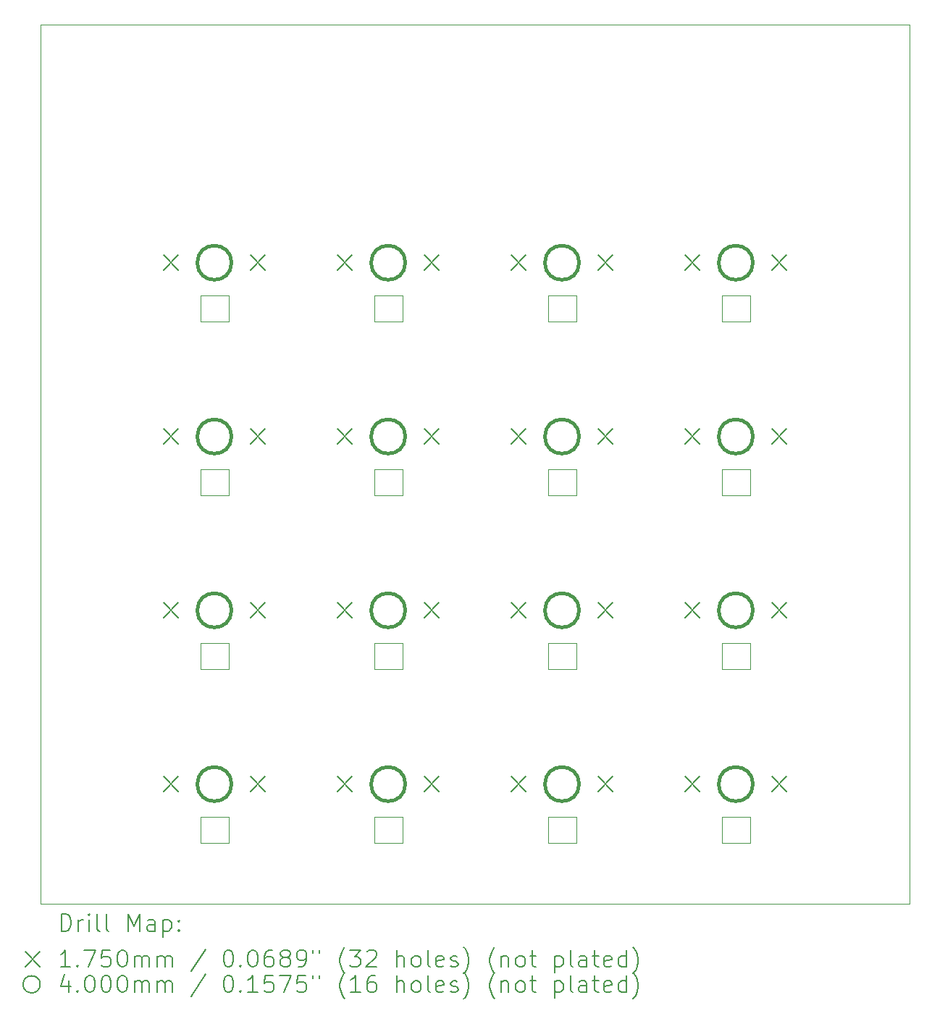
<source format=gbr>
%TF.GenerationSoftware,KiCad,Pcbnew,7.0.1*%
%TF.CreationDate,2023-05-22T14:58:38-04:00*%
%TF.ProjectId,MacroPad,4d616372-6f50-4616-942e-6b696361645f,rev?*%
%TF.SameCoordinates,Original*%
%TF.FileFunction,Drillmap*%
%TF.FilePolarity,Positive*%
%FSLAX45Y45*%
G04 Gerber Fmt 4.5, Leading zero omitted, Abs format (unit mm)*
G04 Created by KiCad (PCBNEW 7.0.1) date 2023-05-22 14:58:38*
%MOMM*%
%LPD*%
G01*
G04 APERTURE LIST*
%ADD10C,0.100000*%
%ADD11C,0.200000*%
%ADD12C,0.175000*%
%ADD13C,0.400000*%
G04 APERTURE END LIST*
D10*
X7366000Y-4583100D02*
X17526000Y-4583100D01*
X17526000Y-14862500D01*
X7366000Y-14862500D01*
X7366000Y-4583100D01*
X11264900Y-7747000D02*
X11595100Y-7747000D01*
X11595100Y-8051800D01*
X11264900Y-8051800D01*
X11264900Y-7747000D01*
X13296900Y-7747000D02*
X13627100Y-7747000D01*
X13627100Y-8051800D01*
X13296900Y-8051800D01*
X13296900Y-7747000D01*
X9232900Y-13843000D02*
X9563100Y-13843000D01*
X9563100Y-14147800D01*
X9232900Y-14147800D01*
X9232900Y-13843000D01*
X15328900Y-9779000D02*
X15659100Y-9779000D01*
X15659100Y-10083800D01*
X15328900Y-10083800D01*
X15328900Y-9779000D01*
X11264900Y-11811000D02*
X11595100Y-11811000D01*
X11595100Y-12115800D01*
X11264900Y-12115800D01*
X11264900Y-11811000D01*
X11264900Y-13843000D02*
X11595100Y-13843000D01*
X11595100Y-14147800D01*
X11264900Y-14147800D01*
X11264900Y-13843000D01*
X15328900Y-7747000D02*
X15659100Y-7747000D01*
X15659100Y-8051800D01*
X15328900Y-8051800D01*
X15328900Y-7747000D01*
X13296900Y-11811000D02*
X13627100Y-11811000D01*
X13627100Y-12115800D01*
X13296900Y-12115800D01*
X13296900Y-11811000D01*
X9232900Y-9779000D02*
X9563100Y-9779000D01*
X9563100Y-10083800D01*
X9232900Y-10083800D01*
X9232900Y-9779000D01*
X13296900Y-13843000D02*
X13627100Y-13843000D01*
X13627100Y-14147800D01*
X13296900Y-14147800D01*
X13296900Y-13843000D01*
X11264900Y-9779000D02*
X11595100Y-9779000D01*
X11595100Y-10083800D01*
X11264900Y-10083800D01*
X11264900Y-9779000D01*
X13296900Y-9779000D02*
X13627100Y-9779000D01*
X13627100Y-10083800D01*
X13296900Y-10083800D01*
X13296900Y-9779000D01*
X15328900Y-13843000D02*
X15659100Y-13843000D01*
X15659100Y-14147800D01*
X15328900Y-14147800D01*
X15328900Y-13843000D01*
X9232900Y-7747000D02*
X9563100Y-7747000D01*
X9563100Y-8051800D01*
X9232900Y-8051800D01*
X9232900Y-7747000D01*
X9232900Y-11811000D02*
X9563100Y-11811000D01*
X9563100Y-12115800D01*
X9232900Y-12115800D01*
X9232900Y-11811000D01*
X15328900Y-11811000D02*
X15659100Y-11811000D01*
X15659100Y-12115800D01*
X15328900Y-12115800D01*
X15328900Y-11811000D01*
D11*
D12*
X8802500Y-7278500D02*
X8977500Y-7453500D01*
X8977500Y-7278500D02*
X8802500Y-7453500D01*
X8802500Y-9310500D02*
X8977500Y-9485500D01*
X8977500Y-9310500D02*
X8802500Y-9485500D01*
X8802500Y-11342500D02*
X8977500Y-11517500D01*
X8977500Y-11342500D02*
X8802500Y-11517500D01*
X8802500Y-13374500D02*
X8977500Y-13549500D01*
X8977500Y-13374500D02*
X8802500Y-13549500D01*
X9818500Y-7278500D02*
X9993500Y-7453500D01*
X9993500Y-7278500D02*
X9818500Y-7453500D01*
X9818500Y-9310500D02*
X9993500Y-9485500D01*
X9993500Y-9310500D02*
X9818500Y-9485500D01*
X9818500Y-11342500D02*
X9993500Y-11517500D01*
X9993500Y-11342500D02*
X9818500Y-11517500D01*
X9818500Y-13374500D02*
X9993500Y-13549500D01*
X9993500Y-13374500D02*
X9818500Y-13549500D01*
X10834500Y-7278500D02*
X11009500Y-7453500D01*
X11009500Y-7278500D02*
X10834500Y-7453500D01*
X10834500Y-9310500D02*
X11009500Y-9485500D01*
X11009500Y-9310500D02*
X10834500Y-9485500D01*
X10834500Y-11342500D02*
X11009500Y-11517500D01*
X11009500Y-11342500D02*
X10834500Y-11517500D01*
X10834500Y-13374500D02*
X11009500Y-13549500D01*
X11009500Y-13374500D02*
X10834500Y-13549500D01*
X11850500Y-7278500D02*
X12025500Y-7453500D01*
X12025500Y-7278500D02*
X11850500Y-7453500D01*
X11850500Y-9310500D02*
X12025500Y-9485500D01*
X12025500Y-9310500D02*
X11850500Y-9485500D01*
X11850500Y-11342500D02*
X12025500Y-11517500D01*
X12025500Y-11342500D02*
X11850500Y-11517500D01*
X11850500Y-13374500D02*
X12025500Y-13549500D01*
X12025500Y-13374500D02*
X11850500Y-13549500D01*
X12866500Y-7278500D02*
X13041500Y-7453500D01*
X13041500Y-7278500D02*
X12866500Y-7453500D01*
X12866500Y-9310500D02*
X13041500Y-9485500D01*
X13041500Y-9310500D02*
X12866500Y-9485500D01*
X12866500Y-11342500D02*
X13041500Y-11517500D01*
X13041500Y-11342500D02*
X12866500Y-11517500D01*
X12866500Y-13374500D02*
X13041500Y-13549500D01*
X13041500Y-13374500D02*
X12866500Y-13549500D01*
X13882500Y-7278500D02*
X14057500Y-7453500D01*
X14057500Y-7278500D02*
X13882500Y-7453500D01*
X13882500Y-9310500D02*
X14057500Y-9485500D01*
X14057500Y-9310500D02*
X13882500Y-9485500D01*
X13882500Y-11342500D02*
X14057500Y-11517500D01*
X14057500Y-11342500D02*
X13882500Y-11517500D01*
X13882500Y-13374500D02*
X14057500Y-13549500D01*
X14057500Y-13374500D02*
X13882500Y-13549500D01*
X14898500Y-7278500D02*
X15073500Y-7453500D01*
X15073500Y-7278500D02*
X14898500Y-7453500D01*
X14898500Y-9310500D02*
X15073500Y-9485500D01*
X15073500Y-9310500D02*
X14898500Y-9485500D01*
X14898500Y-11342500D02*
X15073500Y-11517500D01*
X15073500Y-11342500D02*
X14898500Y-11517500D01*
X14898500Y-13374500D02*
X15073500Y-13549500D01*
X15073500Y-13374500D02*
X14898500Y-13549500D01*
X15914500Y-7278500D02*
X16089500Y-7453500D01*
X16089500Y-7278500D02*
X15914500Y-7453500D01*
X15914500Y-9310500D02*
X16089500Y-9485500D01*
X16089500Y-9310500D02*
X15914500Y-9485500D01*
X15914500Y-11342500D02*
X16089500Y-11517500D01*
X16089500Y-11342500D02*
X15914500Y-11517500D01*
X15914500Y-13374500D02*
X16089500Y-13549500D01*
X16089500Y-13374500D02*
X15914500Y-13549500D01*
D13*
X9598000Y-7366000D02*
G75*
G03*
X9598000Y-7366000I-200000J0D01*
G01*
X9598000Y-9398000D02*
G75*
G03*
X9598000Y-9398000I-200000J0D01*
G01*
X9598000Y-11430000D02*
G75*
G03*
X9598000Y-11430000I-200000J0D01*
G01*
X9598000Y-13462000D02*
G75*
G03*
X9598000Y-13462000I-200000J0D01*
G01*
X11630000Y-7366000D02*
G75*
G03*
X11630000Y-7366000I-200000J0D01*
G01*
X11630000Y-9398000D02*
G75*
G03*
X11630000Y-9398000I-200000J0D01*
G01*
X11630000Y-11430000D02*
G75*
G03*
X11630000Y-11430000I-200000J0D01*
G01*
X11630000Y-13462000D02*
G75*
G03*
X11630000Y-13462000I-200000J0D01*
G01*
X13662000Y-7366000D02*
G75*
G03*
X13662000Y-7366000I-200000J0D01*
G01*
X13662000Y-9398000D02*
G75*
G03*
X13662000Y-9398000I-200000J0D01*
G01*
X13662000Y-11430000D02*
G75*
G03*
X13662000Y-11430000I-200000J0D01*
G01*
X13662000Y-13462000D02*
G75*
G03*
X13662000Y-13462000I-200000J0D01*
G01*
X15694000Y-7366000D02*
G75*
G03*
X15694000Y-7366000I-200000J0D01*
G01*
X15694000Y-9398000D02*
G75*
G03*
X15694000Y-9398000I-200000J0D01*
G01*
X15694000Y-11430000D02*
G75*
G03*
X15694000Y-11430000I-200000J0D01*
G01*
X15694000Y-13462000D02*
G75*
G03*
X15694000Y-13462000I-200000J0D01*
G01*
D11*
X7608619Y-15180024D02*
X7608619Y-14980024D01*
X7608619Y-14980024D02*
X7656238Y-14980024D01*
X7656238Y-14980024D02*
X7684809Y-14989548D01*
X7684809Y-14989548D02*
X7703857Y-15008595D01*
X7703857Y-15008595D02*
X7713381Y-15027643D01*
X7713381Y-15027643D02*
X7722905Y-15065738D01*
X7722905Y-15065738D02*
X7722905Y-15094309D01*
X7722905Y-15094309D02*
X7713381Y-15132405D01*
X7713381Y-15132405D02*
X7703857Y-15151452D01*
X7703857Y-15151452D02*
X7684809Y-15170500D01*
X7684809Y-15170500D02*
X7656238Y-15180024D01*
X7656238Y-15180024D02*
X7608619Y-15180024D01*
X7808619Y-15180024D02*
X7808619Y-15046690D01*
X7808619Y-15084786D02*
X7818143Y-15065738D01*
X7818143Y-15065738D02*
X7827667Y-15056214D01*
X7827667Y-15056214D02*
X7846714Y-15046690D01*
X7846714Y-15046690D02*
X7865762Y-15046690D01*
X7932428Y-15180024D02*
X7932428Y-15046690D01*
X7932428Y-14980024D02*
X7922905Y-14989548D01*
X7922905Y-14989548D02*
X7932428Y-14999071D01*
X7932428Y-14999071D02*
X7941952Y-14989548D01*
X7941952Y-14989548D02*
X7932428Y-14980024D01*
X7932428Y-14980024D02*
X7932428Y-14999071D01*
X8056238Y-15180024D02*
X8037190Y-15170500D01*
X8037190Y-15170500D02*
X8027667Y-15151452D01*
X8027667Y-15151452D02*
X8027667Y-14980024D01*
X8161000Y-15180024D02*
X8141952Y-15170500D01*
X8141952Y-15170500D02*
X8132428Y-15151452D01*
X8132428Y-15151452D02*
X8132428Y-14980024D01*
X8389571Y-15180024D02*
X8389571Y-14980024D01*
X8389571Y-14980024D02*
X8456238Y-15122881D01*
X8456238Y-15122881D02*
X8522905Y-14980024D01*
X8522905Y-14980024D02*
X8522905Y-15180024D01*
X8703857Y-15180024D02*
X8703857Y-15075262D01*
X8703857Y-15075262D02*
X8694333Y-15056214D01*
X8694333Y-15056214D02*
X8675286Y-15046690D01*
X8675286Y-15046690D02*
X8637190Y-15046690D01*
X8637190Y-15046690D02*
X8618143Y-15056214D01*
X8703857Y-15170500D02*
X8684810Y-15180024D01*
X8684810Y-15180024D02*
X8637190Y-15180024D01*
X8637190Y-15180024D02*
X8618143Y-15170500D01*
X8618143Y-15170500D02*
X8608619Y-15151452D01*
X8608619Y-15151452D02*
X8608619Y-15132405D01*
X8608619Y-15132405D02*
X8618143Y-15113357D01*
X8618143Y-15113357D02*
X8637190Y-15103833D01*
X8637190Y-15103833D02*
X8684810Y-15103833D01*
X8684810Y-15103833D02*
X8703857Y-15094309D01*
X8799095Y-15046690D02*
X8799095Y-15246690D01*
X8799095Y-15056214D02*
X8818143Y-15046690D01*
X8818143Y-15046690D02*
X8856238Y-15046690D01*
X8856238Y-15046690D02*
X8875286Y-15056214D01*
X8875286Y-15056214D02*
X8884810Y-15065738D01*
X8884810Y-15065738D02*
X8894333Y-15084786D01*
X8894333Y-15084786D02*
X8894333Y-15141928D01*
X8894333Y-15141928D02*
X8884810Y-15160976D01*
X8884810Y-15160976D02*
X8875286Y-15170500D01*
X8875286Y-15170500D02*
X8856238Y-15180024D01*
X8856238Y-15180024D02*
X8818143Y-15180024D01*
X8818143Y-15180024D02*
X8799095Y-15170500D01*
X8980048Y-15160976D02*
X8989571Y-15170500D01*
X8989571Y-15170500D02*
X8980048Y-15180024D01*
X8980048Y-15180024D02*
X8970524Y-15170500D01*
X8970524Y-15170500D02*
X8980048Y-15160976D01*
X8980048Y-15160976D02*
X8980048Y-15180024D01*
X8980048Y-15056214D02*
X8989571Y-15065738D01*
X8989571Y-15065738D02*
X8980048Y-15075262D01*
X8980048Y-15075262D02*
X8970524Y-15065738D01*
X8970524Y-15065738D02*
X8980048Y-15056214D01*
X8980048Y-15056214D02*
X8980048Y-15075262D01*
D12*
X7186000Y-15420000D02*
X7361000Y-15595000D01*
X7361000Y-15420000D02*
X7186000Y-15595000D01*
D11*
X7713381Y-15600024D02*
X7599095Y-15600024D01*
X7656238Y-15600024D02*
X7656238Y-15400024D01*
X7656238Y-15400024D02*
X7637190Y-15428595D01*
X7637190Y-15428595D02*
X7618143Y-15447643D01*
X7618143Y-15447643D02*
X7599095Y-15457167D01*
X7799095Y-15580976D02*
X7808619Y-15590500D01*
X7808619Y-15590500D02*
X7799095Y-15600024D01*
X7799095Y-15600024D02*
X7789571Y-15590500D01*
X7789571Y-15590500D02*
X7799095Y-15580976D01*
X7799095Y-15580976D02*
X7799095Y-15600024D01*
X7875286Y-15400024D02*
X8008619Y-15400024D01*
X8008619Y-15400024D02*
X7922905Y-15600024D01*
X8180048Y-15400024D02*
X8084809Y-15400024D01*
X8084809Y-15400024D02*
X8075286Y-15495262D01*
X8075286Y-15495262D02*
X8084809Y-15485738D01*
X8084809Y-15485738D02*
X8103857Y-15476214D01*
X8103857Y-15476214D02*
X8151476Y-15476214D01*
X8151476Y-15476214D02*
X8170524Y-15485738D01*
X8170524Y-15485738D02*
X8180048Y-15495262D01*
X8180048Y-15495262D02*
X8189571Y-15514309D01*
X8189571Y-15514309D02*
X8189571Y-15561928D01*
X8189571Y-15561928D02*
X8180048Y-15580976D01*
X8180048Y-15580976D02*
X8170524Y-15590500D01*
X8170524Y-15590500D02*
X8151476Y-15600024D01*
X8151476Y-15600024D02*
X8103857Y-15600024D01*
X8103857Y-15600024D02*
X8084809Y-15590500D01*
X8084809Y-15590500D02*
X8075286Y-15580976D01*
X8313381Y-15400024D02*
X8332429Y-15400024D01*
X8332429Y-15400024D02*
X8351476Y-15409548D01*
X8351476Y-15409548D02*
X8361000Y-15419071D01*
X8361000Y-15419071D02*
X8370524Y-15438119D01*
X8370524Y-15438119D02*
X8380048Y-15476214D01*
X8380048Y-15476214D02*
X8380048Y-15523833D01*
X8380048Y-15523833D02*
X8370524Y-15561928D01*
X8370524Y-15561928D02*
X8361000Y-15580976D01*
X8361000Y-15580976D02*
X8351476Y-15590500D01*
X8351476Y-15590500D02*
X8332429Y-15600024D01*
X8332429Y-15600024D02*
X8313381Y-15600024D01*
X8313381Y-15600024D02*
X8294333Y-15590500D01*
X8294333Y-15590500D02*
X8284809Y-15580976D01*
X8284809Y-15580976D02*
X8275286Y-15561928D01*
X8275286Y-15561928D02*
X8265762Y-15523833D01*
X8265762Y-15523833D02*
X8265762Y-15476214D01*
X8265762Y-15476214D02*
X8275286Y-15438119D01*
X8275286Y-15438119D02*
X8284809Y-15419071D01*
X8284809Y-15419071D02*
X8294333Y-15409548D01*
X8294333Y-15409548D02*
X8313381Y-15400024D01*
X8465762Y-15600024D02*
X8465762Y-15466690D01*
X8465762Y-15485738D02*
X8475286Y-15476214D01*
X8475286Y-15476214D02*
X8494333Y-15466690D01*
X8494333Y-15466690D02*
X8522905Y-15466690D01*
X8522905Y-15466690D02*
X8541952Y-15476214D01*
X8541952Y-15476214D02*
X8551476Y-15495262D01*
X8551476Y-15495262D02*
X8551476Y-15600024D01*
X8551476Y-15495262D02*
X8561000Y-15476214D01*
X8561000Y-15476214D02*
X8580048Y-15466690D01*
X8580048Y-15466690D02*
X8608619Y-15466690D01*
X8608619Y-15466690D02*
X8627667Y-15476214D01*
X8627667Y-15476214D02*
X8637191Y-15495262D01*
X8637191Y-15495262D02*
X8637191Y-15600024D01*
X8732429Y-15600024D02*
X8732429Y-15466690D01*
X8732429Y-15485738D02*
X8741952Y-15476214D01*
X8741952Y-15476214D02*
X8761000Y-15466690D01*
X8761000Y-15466690D02*
X8789572Y-15466690D01*
X8789572Y-15466690D02*
X8808619Y-15476214D01*
X8808619Y-15476214D02*
X8818143Y-15495262D01*
X8818143Y-15495262D02*
X8818143Y-15600024D01*
X8818143Y-15495262D02*
X8827667Y-15476214D01*
X8827667Y-15476214D02*
X8846714Y-15466690D01*
X8846714Y-15466690D02*
X8875286Y-15466690D01*
X8875286Y-15466690D02*
X8894333Y-15476214D01*
X8894333Y-15476214D02*
X8903857Y-15495262D01*
X8903857Y-15495262D02*
X8903857Y-15600024D01*
X9294333Y-15390500D02*
X9122905Y-15647643D01*
X9551476Y-15400024D02*
X9570524Y-15400024D01*
X9570524Y-15400024D02*
X9589572Y-15409548D01*
X9589572Y-15409548D02*
X9599095Y-15419071D01*
X9599095Y-15419071D02*
X9608619Y-15438119D01*
X9608619Y-15438119D02*
X9618143Y-15476214D01*
X9618143Y-15476214D02*
X9618143Y-15523833D01*
X9618143Y-15523833D02*
X9608619Y-15561928D01*
X9608619Y-15561928D02*
X9599095Y-15580976D01*
X9599095Y-15580976D02*
X9589572Y-15590500D01*
X9589572Y-15590500D02*
X9570524Y-15600024D01*
X9570524Y-15600024D02*
X9551476Y-15600024D01*
X9551476Y-15600024D02*
X9532429Y-15590500D01*
X9532429Y-15590500D02*
X9522905Y-15580976D01*
X9522905Y-15580976D02*
X9513381Y-15561928D01*
X9513381Y-15561928D02*
X9503857Y-15523833D01*
X9503857Y-15523833D02*
X9503857Y-15476214D01*
X9503857Y-15476214D02*
X9513381Y-15438119D01*
X9513381Y-15438119D02*
X9522905Y-15419071D01*
X9522905Y-15419071D02*
X9532429Y-15409548D01*
X9532429Y-15409548D02*
X9551476Y-15400024D01*
X9703857Y-15580976D02*
X9713381Y-15590500D01*
X9713381Y-15590500D02*
X9703857Y-15600024D01*
X9703857Y-15600024D02*
X9694334Y-15590500D01*
X9694334Y-15590500D02*
X9703857Y-15580976D01*
X9703857Y-15580976D02*
X9703857Y-15600024D01*
X9837191Y-15400024D02*
X9856238Y-15400024D01*
X9856238Y-15400024D02*
X9875286Y-15409548D01*
X9875286Y-15409548D02*
X9884810Y-15419071D01*
X9884810Y-15419071D02*
X9894334Y-15438119D01*
X9894334Y-15438119D02*
X9903857Y-15476214D01*
X9903857Y-15476214D02*
X9903857Y-15523833D01*
X9903857Y-15523833D02*
X9894334Y-15561928D01*
X9894334Y-15561928D02*
X9884810Y-15580976D01*
X9884810Y-15580976D02*
X9875286Y-15590500D01*
X9875286Y-15590500D02*
X9856238Y-15600024D01*
X9856238Y-15600024D02*
X9837191Y-15600024D01*
X9837191Y-15600024D02*
X9818143Y-15590500D01*
X9818143Y-15590500D02*
X9808619Y-15580976D01*
X9808619Y-15580976D02*
X9799095Y-15561928D01*
X9799095Y-15561928D02*
X9789572Y-15523833D01*
X9789572Y-15523833D02*
X9789572Y-15476214D01*
X9789572Y-15476214D02*
X9799095Y-15438119D01*
X9799095Y-15438119D02*
X9808619Y-15419071D01*
X9808619Y-15419071D02*
X9818143Y-15409548D01*
X9818143Y-15409548D02*
X9837191Y-15400024D01*
X10075286Y-15400024D02*
X10037191Y-15400024D01*
X10037191Y-15400024D02*
X10018143Y-15409548D01*
X10018143Y-15409548D02*
X10008619Y-15419071D01*
X10008619Y-15419071D02*
X9989572Y-15447643D01*
X9989572Y-15447643D02*
X9980048Y-15485738D01*
X9980048Y-15485738D02*
X9980048Y-15561928D01*
X9980048Y-15561928D02*
X9989572Y-15580976D01*
X9989572Y-15580976D02*
X9999095Y-15590500D01*
X9999095Y-15590500D02*
X10018143Y-15600024D01*
X10018143Y-15600024D02*
X10056238Y-15600024D01*
X10056238Y-15600024D02*
X10075286Y-15590500D01*
X10075286Y-15590500D02*
X10084810Y-15580976D01*
X10084810Y-15580976D02*
X10094334Y-15561928D01*
X10094334Y-15561928D02*
X10094334Y-15514309D01*
X10094334Y-15514309D02*
X10084810Y-15495262D01*
X10084810Y-15495262D02*
X10075286Y-15485738D01*
X10075286Y-15485738D02*
X10056238Y-15476214D01*
X10056238Y-15476214D02*
X10018143Y-15476214D01*
X10018143Y-15476214D02*
X9999095Y-15485738D01*
X9999095Y-15485738D02*
X9989572Y-15495262D01*
X9989572Y-15495262D02*
X9980048Y-15514309D01*
X10208619Y-15485738D02*
X10189572Y-15476214D01*
X10189572Y-15476214D02*
X10180048Y-15466690D01*
X10180048Y-15466690D02*
X10170524Y-15447643D01*
X10170524Y-15447643D02*
X10170524Y-15438119D01*
X10170524Y-15438119D02*
X10180048Y-15419071D01*
X10180048Y-15419071D02*
X10189572Y-15409548D01*
X10189572Y-15409548D02*
X10208619Y-15400024D01*
X10208619Y-15400024D02*
X10246715Y-15400024D01*
X10246715Y-15400024D02*
X10265762Y-15409548D01*
X10265762Y-15409548D02*
X10275286Y-15419071D01*
X10275286Y-15419071D02*
X10284810Y-15438119D01*
X10284810Y-15438119D02*
X10284810Y-15447643D01*
X10284810Y-15447643D02*
X10275286Y-15466690D01*
X10275286Y-15466690D02*
X10265762Y-15476214D01*
X10265762Y-15476214D02*
X10246715Y-15485738D01*
X10246715Y-15485738D02*
X10208619Y-15485738D01*
X10208619Y-15485738D02*
X10189572Y-15495262D01*
X10189572Y-15495262D02*
X10180048Y-15504786D01*
X10180048Y-15504786D02*
X10170524Y-15523833D01*
X10170524Y-15523833D02*
X10170524Y-15561928D01*
X10170524Y-15561928D02*
X10180048Y-15580976D01*
X10180048Y-15580976D02*
X10189572Y-15590500D01*
X10189572Y-15590500D02*
X10208619Y-15600024D01*
X10208619Y-15600024D02*
X10246715Y-15600024D01*
X10246715Y-15600024D02*
X10265762Y-15590500D01*
X10265762Y-15590500D02*
X10275286Y-15580976D01*
X10275286Y-15580976D02*
X10284810Y-15561928D01*
X10284810Y-15561928D02*
X10284810Y-15523833D01*
X10284810Y-15523833D02*
X10275286Y-15504786D01*
X10275286Y-15504786D02*
X10265762Y-15495262D01*
X10265762Y-15495262D02*
X10246715Y-15485738D01*
X10380048Y-15600024D02*
X10418143Y-15600024D01*
X10418143Y-15600024D02*
X10437191Y-15590500D01*
X10437191Y-15590500D02*
X10446715Y-15580976D01*
X10446715Y-15580976D02*
X10465762Y-15552405D01*
X10465762Y-15552405D02*
X10475286Y-15514309D01*
X10475286Y-15514309D02*
X10475286Y-15438119D01*
X10475286Y-15438119D02*
X10465762Y-15419071D01*
X10465762Y-15419071D02*
X10456238Y-15409548D01*
X10456238Y-15409548D02*
X10437191Y-15400024D01*
X10437191Y-15400024D02*
X10399095Y-15400024D01*
X10399095Y-15400024D02*
X10380048Y-15409548D01*
X10380048Y-15409548D02*
X10370524Y-15419071D01*
X10370524Y-15419071D02*
X10361000Y-15438119D01*
X10361000Y-15438119D02*
X10361000Y-15485738D01*
X10361000Y-15485738D02*
X10370524Y-15504786D01*
X10370524Y-15504786D02*
X10380048Y-15514309D01*
X10380048Y-15514309D02*
X10399095Y-15523833D01*
X10399095Y-15523833D02*
X10437191Y-15523833D01*
X10437191Y-15523833D02*
X10456238Y-15514309D01*
X10456238Y-15514309D02*
X10465762Y-15504786D01*
X10465762Y-15504786D02*
X10475286Y-15485738D01*
X10551476Y-15400024D02*
X10551476Y-15438119D01*
X10627667Y-15400024D02*
X10627667Y-15438119D01*
X10922905Y-15676214D02*
X10913381Y-15666690D01*
X10913381Y-15666690D02*
X10894334Y-15638119D01*
X10894334Y-15638119D02*
X10884810Y-15619071D01*
X10884810Y-15619071D02*
X10875286Y-15590500D01*
X10875286Y-15590500D02*
X10865762Y-15542881D01*
X10865762Y-15542881D02*
X10865762Y-15504786D01*
X10865762Y-15504786D02*
X10875286Y-15457167D01*
X10875286Y-15457167D02*
X10884810Y-15428595D01*
X10884810Y-15428595D02*
X10894334Y-15409548D01*
X10894334Y-15409548D02*
X10913381Y-15380976D01*
X10913381Y-15380976D02*
X10922905Y-15371452D01*
X10980048Y-15400024D02*
X11103857Y-15400024D01*
X11103857Y-15400024D02*
X11037191Y-15476214D01*
X11037191Y-15476214D02*
X11065762Y-15476214D01*
X11065762Y-15476214D02*
X11084810Y-15485738D01*
X11084810Y-15485738D02*
X11094334Y-15495262D01*
X11094334Y-15495262D02*
X11103857Y-15514309D01*
X11103857Y-15514309D02*
X11103857Y-15561928D01*
X11103857Y-15561928D02*
X11094334Y-15580976D01*
X11094334Y-15580976D02*
X11084810Y-15590500D01*
X11084810Y-15590500D02*
X11065762Y-15600024D01*
X11065762Y-15600024D02*
X11008619Y-15600024D01*
X11008619Y-15600024D02*
X10989572Y-15590500D01*
X10989572Y-15590500D02*
X10980048Y-15580976D01*
X11180048Y-15419071D02*
X11189572Y-15409548D01*
X11189572Y-15409548D02*
X11208619Y-15400024D01*
X11208619Y-15400024D02*
X11256238Y-15400024D01*
X11256238Y-15400024D02*
X11275286Y-15409548D01*
X11275286Y-15409548D02*
X11284810Y-15419071D01*
X11284810Y-15419071D02*
X11294334Y-15438119D01*
X11294334Y-15438119D02*
X11294334Y-15457167D01*
X11294334Y-15457167D02*
X11284810Y-15485738D01*
X11284810Y-15485738D02*
X11170524Y-15600024D01*
X11170524Y-15600024D02*
X11294334Y-15600024D01*
X11532429Y-15600024D02*
X11532429Y-15400024D01*
X11618143Y-15600024D02*
X11618143Y-15495262D01*
X11618143Y-15495262D02*
X11608619Y-15476214D01*
X11608619Y-15476214D02*
X11589572Y-15466690D01*
X11589572Y-15466690D02*
X11561000Y-15466690D01*
X11561000Y-15466690D02*
X11541953Y-15476214D01*
X11541953Y-15476214D02*
X11532429Y-15485738D01*
X11741953Y-15600024D02*
X11722905Y-15590500D01*
X11722905Y-15590500D02*
X11713381Y-15580976D01*
X11713381Y-15580976D02*
X11703857Y-15561928D01*
X11703857Y-15561928D02*
X11703857Y-15504786D01*
X11703857Y-15504786D02*
X11713381Y-15485738D01*
X11713381Y-15485738D02*
X11722905Y-15476214D01*
X11722905Y-15476214D02*
X11741953Y-15466690D01*
X11741953Y-15466690D02*
X11770524Y-15466690D01*
X11770524Y-15466690D02*
X11789572Y-15476214D01*
X11789572Y-15476214D02*
X11799096Y-15485738D01*
X11799096Y-15485738D02*
X11808619Y-15504786D01*
X11808619Y-15504786D02*
X11808619Y-15561928D01*
X11808619Y-15561928D02*
X11799096Y-15580976D01*
X11799096Y-15580976D02*
X11789572Y-15590500D01*
X11789572Y-15590500D02*
X11770524Y-15600024D01*
X11770524Y-15600024D02*
X11741953Y-15600024D01*
X11922905Y-15600024D02*
X11903857Y-15590500D01*
X11903857Y-15590500D02*
X11894334Y-15571452D01*
X11894334Y-15571452D02*
X11894334Y-15400024D01*
X12075286Y-15590500D02*
X12056238Y-15600024D01*
X12056238Y-15600024D02*
X12018143Y-15600024D01*
X12018143Y-15600024D02*
X11999096Y-15590500D01*
X11999096Y-15590500D02*
X11989572Y-15571452D01*
X11989572Y-15571452D02*
X11989572Y-15495262D01*
X11989572Y-15495262D02*
X11999096Y-15476214D01*
X11999096Y-15476214D02*
X12018143Y-15466690D01*
X12018143Y-15466690D02*
X12056238Y-15466690D01*
X12056238Y-15466690D02*
X12075286Y-15476214D01*
X12075286Y-15476214D02*
X12084810Y-15495262D01*
X12084810Y-15495262D02*
X12084810Y-15514309D01*
X12084810Y-15514309D02*
X11989572Y-15533357D01*
X12161000Y-15590500D02*
X12180048Y-15600024D01*
X12180048Y-15600024D02*
X12218143Y-15600024D01*
X12218143Y-15600024D02*
X12237191Y-15590500D01*
X12237191Y-15590500D02*
X12246715Y-15571452D01*
X12246715Y-15571452D02*
X12246715Y-15561928D01*
X12246715Y-15561928D02*
X12237191Y-15542881D01*
X12237191Y-15542881D02*
X12218143Y-15533357D01*
X12218143Y-15533357D02*
X12189572Y-15533357D01*
X12189572Y-15533357D02*
X12170524Y-15523833D01*
X12170524Y-15523833D02*
X12161000Y-15504786D01*
X12161000Y-15504786D02*
X12161000Y-15495262D01*
X12161000Y-15495262D02*
X12170524Y-15476214D01*
X12170524Y-15476214D02*
X12189572Y-15466690D01*
X12189572Y-15466690D02*
X12218143Y-15466690D01*
X12218143Y-15466690D02*
X12237191Y-15476214D01*
X12313381Y-15676214D02*
X12322905Y-15666690D01*
X12322905Y-15666690D02*
X12341953Y-15638119D01*
X12341953Y-15638119D02*
X12351477Y-15619071D01*
X12351477Y-15619071D02*
X12361000Y-15590500D01*
X12361000Y-15590500D02*
X12370524Y-15542881D01*
X12370524Y-15542881D02*
X12370524Y-15504786D01*
X12370524Y-15504786D02*
X12361000Y-15457167D01*
X12361000Y-15457167D02*
X12351477Y-15428595D01*
X12351477Y-15428595D02*
X12341953Y-15409548D01*
X12341953Y-15409548D02*
X12322905Y-15380976D01*
X12322905Y-15380976D02*
X12313381Y-15371452D01*
X12675286Y-15676214D02*
X12665762Y-15666690D01*
X12665762Y-15666690D02*
X12646715Y-15638119D01*
X12646715Y-15638119D02*
X12637191Y-15619071D01*
X12637191Y-15619071D02*
X12627667Y-15590500D01*
X12627667Y-15590500D02*
X12618143Y-15542881D01*
X12618143Y-15542881D02*
X12618143Y-15504786D01*
X12618143Y-15504786D02*
X12627667Y-15457167D01*
X12627667Y-15457167D02*
X12637191Y-15428595D01*
X12637191Y-15428595D02*
X12646715Y-15409548D01*
X12646715Y-15409548D02*
X12665762Y-15380976D01*
X12665762Y-15380976D02*
X12675286Y-15371452D01*
X12751477Y-15466690D02*
X12751477Y-15600024D01*
X12751477Y-15485738D02*
X12761000Y-15476214D01*
X12761000Y-15476214D02*
X12780048Y-15466690D01*
X12780048Y-15466690D02*
X12808619Y-15466690D01*
X12808619Y-15466690D02*
X12827667Y-15476214D01*
X12827667Y-15476214D02*
X12837191Y-15495262D01*
X12837191Y-15495262D02*
X12837191Y-15600024D01*
X12961000Y-15600024D02*
X12941953Y-15590500D01*
X12941953Y-15590500D02*
X12932429Y-15580976D01*
X12932429Y-15580976D02*
X12922905Y-15561928D01*
X12922905Y-15561928D02*
X12922905Y-15504786D01*
X12922905Y-15504786D02*
X12932429Y-15485738D01*
X12932429Y-15485738D02*
X12941953Y-15476214D01*
X12941953Y-15476214D02*
X12961000Y-15466690D01*
X12961000Y-15466690D02*
X12989572Y-15466690D01*
X12989572Y-15466690D02*
X13008619Y-15476214D01*
X13008619Y-15476214D02*
X13018143Y-15485738D01*
X13018143Y-15485738D02*
X13027667Y-15504786D01*
X13027667Y-15504786D02*
X13027667Y-15561928D01*
X13027667Y-15561928D02*
X13018143Y-15580976D01*
X13018143Y-15580976D02*
X13008619Y-15590500D01*
X13008619Y-15590500D02*
X12989572Y-15600024D01*
X12989572Y-15600024D02*
X12961000Y-15600024D01*
X13084810Y-15466690D02*
X13161000Y-15466690D01*
X13113381Y-15400024D02*
X13113381Y-15571452D01*
X13113381Y-15571452D02*
X13122905Y-15590500D01*
X13122905Y-15590500D02*
X13141953Y-15600024D01*
X13141953Y-15600024D02*
X13161000Y-15600024D01*
X13380048Y-15466690D02*
X13380048Y-15666690D01*
X13380048Y-15476214D02*
X13399096Y-15466690D01*
X13399096Y-15466690D02*
X13437191Y-15466690D01*
X13437191Y-15466690D02*
X13456239Y-15476214D01*
X13456239Y-15476214D02*
X13465762Y-15485738D01*
X13465762Y-15485738D02*
X13475286Y-15504786D01*
X13475286Y-15504786D02*
X13475286Y-15561928D01*
X13475286Y-15561928D02*
X13465762Y-15580976D01*
X13465762Y-15580976D02*
X13456239Y-15590500D01*
X13456239Y-15590500D02*
X13437191Y-15600024D01*
X13437191Y-15600024D02*
X13399096Y-15600024D01*
X13399096Y-15600024D02*
X13380048Y-15590500D01*
X13589572Y-15600024D02*
X13570524Y-15590500D01*
X13570524Y-15590500D02*
X13561000Y-15571452D01*
X13561000Y-15571452D02*
X13561000Y-15400024D01*
X13751477Y-15600024D02*
X13751477Y-15495262D01*
X13751477Y-15495262D02*
X13741953Y-15476214D01*
X13741953Y-15476214D02*
X13722905Y-15466690D01*
X13722905Y-15466690D02*
X13684810Y-15466690D01*
X13684810Y-15466690D02*
X13665762Y-15476214D01*
X13751477Y-15590500D02*
X13732429Y-15600024D01*
X13732429Y-15600024D02*
X13684810Y-15600024D01*
X13684810Y-15600024D02*
X13665762Y-15590500D01*
X13665762Y-15590500D02*
X13656239Y-15571452D01*
X13656239Y-15571452D02*
X13656239Y-15552405D01*
X13656239Y-15552405D02*
X13665762Y-15533357D01*
X13665762Y-15533357D02*
X13684810Y-15523833D01*
X13684810Y-15523833D02*
X13732429Y-15523833D01*
X13732429Y-15523833D02*
X13751477Y-15514309D01*
X13818143Y-15466690D02*
X13894334Y-15466690D01*
X13846715Y-15400024D02*
X13846715Y-15571452D01*
X13846715Y-15571452D02*
X13856239Y-15590500D01*
X13856239Y-15590500D02*
X13875286Y-15600024D01*
X13875286Y-15600024D02*
X13894334Y-15600024D01*
X14037191Y-15590500D02*
X14018143Y-15600024D01*
X14018143Y-15600024D02*
X13980048Y-15600024D01*
X13980048Y-15600024D02*
X13961000Y-15590500D01*
X13961000Y-15590500D02*
X13951477Y-15571452D01*
X13951477Y-15571452D02*
X13951477Y-15495262D01*
X13951477Y-15495262D02*
X13961000Y-15476214D01*
X13961000Y-15476214D02*
X13980048Y-15466690D01*
X13980048Y-15466690D02*
X14018143Y-15466690D01*
X14018143Y-15466690D02*
X14037191Y-15476214D01*
X14037191Y-15476214D02*
X14046715Y-15495262D01*
X14046715Y-15495262D02*
X14046715Y-15514309D01*
X14046715Y-15514309D02*
X13951477Y-15533357D01*
X14218143Y-15600024D02*
X14218143Y-15400024D01*
X14218143Y-15590500D02*
X14199096Y-15600024D01*
X14199096Y-15600024D02*
X14161000Y-15600024D01*
X14161000Y-15600024D02*
X14141953Y-15590500D01*
X14141953Y-15590500D02*
X14132429Y-15580976D01*
X14132429Y-15580976D02*
X14122905Y-15561928D01*
X14122905Y-15561928D02*
X14122905Y-15504786D01*
X14122905Y-15504786D02*
X14132429Y-15485738D01*
X14132429Y-15485738D02*
X14141953Y-15476214D01*
X14141953Y-15476214D02*
X14161000Y-15466690D01*
X14161000Y-15466690D02*
X14199096Y-15466690D01*
X14199096Y-15466690D02*
X14218143Y-15476214D01*
X14294334Y-15676214D02*
X14303858Y-15666690D01*
X14303858Y-15666690D02*
X14322905Y-15638119D01*
X14322905Y-15638119D02*
X14332429Y-15619071D01*
X14332429Y-15619071D02*
X14341953Y-15590500D01*
X14341953Y-15590500D02*
X14351477Y-15542881D01*
X14351477Y-15542881D02*
X14351477Y-15504786D01*
X14351477Y-15504786D02*
X14341953Y-15457167D01*
X14341953Y-15457167D02*
X14332429Y-15428595D01*
X14332429Y-15428595D02*
X14322905Y-15409548D01*
X14322905Y-15409548D02*
X14303858Y-15380976D01*
X14303858Y-15380976D02*
X14294334Y-15371452D01*
X7361000Y-15802500D02*
G75*
G03*
X7361000Y-15802500I-100000J0D01*
G01*
X7694333Y-15761690D02*
X7694333Y-15895024D01*
X7646714Y-15685500D02*
X7599095Y-15828357D01*
X7599095Y-15828357D02*
X7722905Y-15828357D01*
X7799095Y-15875976D02*
X7808619Y-15885500D01*
X7808619Y-15885500D02*
X7799095Y-15895024D01*
X7799095Y-15895024D02*
X7789571Y-15885500D01*
X7789571Y-15885500D02*
X7799095Y-15875976D01*
X7799095Y-15875976D02*
X7799095Y-15895024D01*
X7932428Y-15695024D02*
X7951476Y-15695024D01*
X7951476Y-15695024D02*
X7970524Y-15704548D01*
X7970524Y-15704548D02*
X7980048Y-15714071D01*
X7980048Y-15714071D02*
X7989571Y-15733119D01*
X7989571Y-15733119D02*
X7999095Y-15771214D01*
X7999095Y-15771214D02*
X7999095Y-15818833D01*
X7999095Y-15818833D02*
X7989571Y-15856928D01*
X7989571Y-15856928D02*
X7980048Y-15875976D01*
X7980048Y-15875976D02*
X7970524Y-15885500D01*
X7970524Y-15885500D02*
X7951476Y-15895024D01*
X7951476Y-15895024D02*
X7932428Y-15895024D01*
X7932428Y-15895024D02*
X7913381Y-15885500D01*
X7913381Y-15885500D02*
X7903857Y-15875976D01*
X7903857Y-15875976D02*
X7894333Y-15856928D01*
X7894333Y-15856928D02*
X7884809Y-15818833D01*
X7884809Y-15818833D02*
X7884809Y-15771214D01*
X7884809Y-15771214D02*
X7894333Y-15733119D01*
X7894333Y-15733119D02*
X7903857Y-15714071D01*
X7903857Y-15714071D02*
X7913381Y-15704548D01*
X7913381Y-15704548D02*
X7932428Y-15695024D01*
X8122905Y-15695024D02*
X8141952Y-15695024D01*
X8141952Y-15695024D02*
X8161000Y-15704548D01*
X8161000Y-15704548D02*
X8170524Y-15714071D01*
X8170524Y-15714071D02*
X8180048Y-15733119D01*
X8180048Y-15733119D02*
X8189571Y-15771214D01*
X8189571Y-15771214D02*
X8189571Y-15818833D01*
X8189571Y-15818833D02*
X8180048Y-15856928D01*
X8180048Y-15856928D02*
X8170524Y-15875976D01*
X8170524Y-15875976D02*
X8161000Y-15885500D01*
X8161000Y-15885500D02*
X8141952Y-15895024D01*
X8141952Y-15895024D02*
X8122905Y-15895024D01*
X8122905Y-15895024D02*
X8103857Y-15885500D01*
X8103857Y-15885500D02*
X8094333Y-15875976D01*
X8094333Y-15875976D02*
X8084809Y-15856928D01*
X8084809Y-15856928D02*
X8075286Y-15818833D01*
X8075286Y-15818833D02*
X8075286Y-15771214D01*
X8075286Y-15771214D02*
X8084809Y-15733119D01*
X8084809Y-15733119D02*
X8094333Y-15714071D01*
X8094333Y-15714071D02*
X8103857Y-15704548D01*
X8103857Y-15704548D02*
X8122905Y-15695024D01*
X8313381Y-15695024D02*
X8332429Y-15695024D01*
X8332429Y-15695024D02*
X8351476Y-15704548D01*
X8351476Y-15704548D02*
X8361000Y-15714071D01*
X8361000Y-15714071D02*
X8370524Y-15733119D01*
X8370524Y-15733119D02*
X8380048Y-15771214D01*
X8380048Y-15771214D02*
X8380048Y-15818833D01*
X8380048Y-15818833D02*
X8370524Y-15856928D01*
X8370524Y-15856928D02*
X8361000Y-15875976D01*
X8361000Y-15875976D02*
X8351476Y-15885500D01*
X8351476Y-15885500D02*
X8332429Y-15895024D01*
X8332429Y-15895024D02*
X8313381Y-15895024D01*
X8313381Y-15895024D02*
X8294333Y-15885500D01*
X8294333Y-15885500D02*
X8284809Y-15875976D01*
X8284809Y-15875976D02*
X8275286Y-15856928D01*
X8275286Y-15856928D02*
X8265762Y-15818833D01*
X8265762Y-15818833D02*
X8265762Y-15771214D01*
X8265762Y-15771214D02*
X8275286Y-15733119D01*
X8275286Y-15733119D02*
X8284809Y-15714071D01*
X8284809Y-15714071D02*
X8294333Y-15704548D01*
X8294333Y-15704548D02*
X8313381Y-15695024D01*
X8465762Y-15895024D02*
X8465762Y-15761690D01*
X8465762Y-15780738D02*
X8475286Y-15771214D01*
X8475286Y-15771214D02*
X8494333Y-15761690D01*
X8494333Y-15761690D02*
X8522905Y-15761690D01*
X8522905Y-15761690D02*
X8541952Y-15771214D01*
X8541952Y-15771214D02*
X8551476Y-15790262D01*
X8551476Y-15790262D02*
X8551476Y-15895024D01*
X8551476Y-15790262D02*
X8561000Y-15771214D01*
X8561000Y-15771214D02*
X8580048Y-15761690D01*
X8580048Y-15761690D02*
X8608619Y-15761690D01*
X8608619Y-15761690D02*
X8627667Y-15771214D01*
X8627667Y-15771214D02*
X8637191Y-15790262D01*
X8637191Y-15790262D02*
X8637191Y-15895024D01*
X8732429Y-15895024D02*
X8732429Y-15761690D01*
X8732429Y-15780738D02*
X8741952Y-15771214D01*
X8741952Y-15771214D02*
X8761000Y-15761690D01*
X8761000Y-15761690D02*
X8789572Y-15761690D01*
X8789572Y-15761690D02*
X8808619Y-15771214D01*
X8808619Y-15771214D02*
X8818143Y-15790262D01*
X8818143Y-15790262D02*
X8818143Y-15895024D01*
X8818143Y-15790262D02*
X8827667Y-15771214D01*
X8827667Y-15771214D02*
X8846714Y-15761690D01*
X8846714Y-15761690D02*
X8875286Y-15761690D01*
X8875286Y-15761690D02*
X8894333Y-15771214D01*
X8894333Y-15771214D02*
X8903857Y-15790262D01*
X8903857Y-15790262D02*
X8903857Y-15895024D01*
X9294333Y-15685500D02*
X9122905Y-15942643D01*
X9551476Y-15695024D02*
X9570524Y-15695024D01*
X9570524Y-15695024D02*
X9589572Y-15704548D01*
X9589572Y-15704548D02*
X9599095Y-15714071D01*
X9599095Y-15714071D02*
X9608619Y-15733119D01*
X9608619Y-15733119D02*
X9618143Y-15771214D01*
X9618143Y-15771214D02*
X9618143Y-15818833D01*
X9618143Y-15818833D02*
X9608619Y-15856928D01*
X9608619Y-15856928D02*
X9599095Y-15875976D01*
X9599095Y-15875976D02*
X9589572Y-15885500D01*
X9589572Y-15885500D02*
X9570524Y-15895024D01*
X9570524Y-15895024D02*
X9551476Y-15895024D01*
X9551476Y-15895024D02*
X9532429Y-15885500D01*
X9532429Y-15885500D02*
X9522905Y-15875976D01*
X9522905Y-15875976D02*
X9513381Y-15856928D01*
X9513381Y-15856928D02*
X9503857Y-15818833D01*
X9503857Y-15818833D02*
X9503857Y-15771214D01*
X9503857Y-15771214D02*
X9513381Y-15733119D01*
X9513381Y-15733119D02*
X9522905Y-15714071D01*
X9522905Y-15714071D02*
X9532429Y-15704548D01*
X9532429Y-15704548D02*
X9551476Y-15695024D01*
X9703857Y-15875976D02*
X9713381Y-15885500D01*
X9713381Y-15885500D02*
X9703857Y-15895024D01*
X9703857Y-15895024D02*
X9694334Y-15885500D01*
X9694334Y-15885500D02*
X9703857Y-15875976D01*
X9703857Y-15875976D02*
X9703857Y-15895024D01*
X9903857Y-15895024D02*
X9789572Y-15895024D01*
X9846714Y-15895024D02*
X9846714Y-15695024D01*
X9846714Y-15695024D02*
X9827667Y-15723595D01*
X9827667Y-15723595D02*
X9808619Y-15742643D01*
X9808619Y-15742643D02*
X9789572Y-15752167D01*
X10084810Y-15695024D02*
X9989572Y-15695024D01*
X9989572Y-15695024D02*
X9980048Y-15790262D01*
X9980048Y-15790262D02*
X9989572Y-15780738D01*
X9989572Y-15780738D02*
X10008619Y-15771214D01*
X10008619Y-15771214D02*
X10056238Y-15771214D01*
X10056238Y-15771214D02*
X10075286Y-15780738D01*
X10075286Y-15780738D02*
X10084810Y-15790262D01*
X10084810Y-15790262D02*
X10094334Y-15809309D01*
X10094334Y-15809309D02*
X10094334Y-15856928D01*
X10094334Y-15856928D02*
X10084810Y-15875976D01*
X10084810Y-15875976D02*
X10075286Y-15885500D01*
X10075286Y-15885500D02*
X10056238Y-15895024D01*
X10056238Y-15895024D02*
X10008619Y-15895024D01*
X10008619Y-15895024D02*
X9989572Y-15885500D01*
X9989572Y-15885500D02*
X9980048Y-15875976D01*
X10161000Y-15695024D02*
X10294334Y-15695024D01*
X10294334Y-15695024D02*
X10208619Y-15895024D01*
X10465762Y-15695024D02*
X10370524Y-15695024D01*
X10370524Y-15695024D02*
X10361000Y-15790262D01*
X10361000Y-15790262D02*
X10370524Y-15780738D01*
X10370524Y-15780738D02*
X10389572Y-15771214D01*
X10389572Y-15771214D02*
X10437191Y-15771214D01*
X10437191Y-15771214D02*
X10456238Y-15780738D01*
X10456238Y-15780738D02*
X10465762Y-15790262D01*
X10465762Y-15790262D02*
X10475286Y-15809309D01*
X10475286Y-15809309D02*
X10475286Y-15856928D01*
X10475286Y-15856928D02*
X10465762Y-15875976D01*
X10465762Y-15875976D02*
X10456238Y-15885500D01*
X10456238Y-15885500D02*
X10437191Y-15895024D01*
X10437191Y-15895024D02*
X10389572Y-15895024D01*
X10389572Y-15895024D02*
X10370524Y-15885500D01*
X10370524Y-15885500D02*
X10361000Y-15875976D01*
X10551476Y-15695024D02*
X10551476Y-15733119D01*
X10627667Y-15695024D02*
X10627667Y-15733119D01*
X10922905Y-15971214D02*
X10913381Y-15961690D01*
X10913381Y-15961690D02*
X10894334Y-15933119D01*
X10894334Y-15933119D02*
X10884810Y-15914071D01*
X10884810Y-15914071D02*
X10875286Y-15885500D01*
X10875286Y-15885500D02*
X10865762Y-15837881D01*
X10865762Y-15837881D02*
X10865762Y-15799786D01*
X10865762Y-15799786D02*
X10875286Y-15752167D01*
X10875286Y-15752167D02*
X10884810Y-15723595D01*
X10884810Y-15723595D02*
X10894334Y-15704548D01*
X10894334Y-15704548D02*
X10913381Y-15675976D01*
X10913381Y-15675976D02*
X10922905Y-15666452D01*
X11103857Y-15895024D02*
X10989572Y-15895024D01*
X11046715Y-15895024D02*
X11046715Y-15695024D01*
X11046715Y-15695024D02*
X11027667Y-15723595D01*
X11027667Y-15723595D02*
X11008619Y-15742643D01*
X11008619Y-15742643D02*
X10989572Y-15752167D01*
X11275286Y-15695024D02*
X11237191Y-15695024D01*
X11237191Y-15695024D02*
X11218143Y-15704548D01*
X11218143Y-15704548D02*
X11208619Y-15714071D01*
X11208619Y-15714071D02*
X11189572Y-15742643D01*
X11189572Y-15742643D02*
X11180048Y-15780738D01*
X11180048Y-15780738D02*
X11180048Y-15856928D01*
X11180048Y-15856928D02*
X11189572Y-15875976D01*
X11189572Y-15875976D02*
X11199095Y-15885500D01*
X11199095Y-15885500D02*
X11218143Y-15895024D01*
X11218143Y-15895024D02*
X11256238Y-15895024D01*
X11256238Y-15895024D02*
X11275286Y-15885500D01*
X11275286Y-15885500D02*
X11284810Y-15875976D01*
X11284810Y-15875976D02*
X11294334Y-15856928D01*
X11294334Y-15856928D02*
X11294334Y-15809309D01*
X11294334Y-15809309D02*
X11284810Y-15790262D01*
X11284810Y-15790262D02*
X11275286Y-15780738D01*
X11275286Y-15780738D02*
X11256238Y-15771214D01*
X11256238Y-15771214D02*
X11218143Y-15771214D01*
X11218143Y-15771214D02*
X11199095Y-15780738D01*
X11199095Y-15780738D02*
X11189572Y-15790262D01*
X11189572Y-15790262D02*
X11180048Y-15809309D01*
X11532429Y-15895024D02*
X11532429Y-15695024D01*
X11618143Y-15895024D02*
X11618143Y-15790262D01*
X11618143Y-15790262D02*
X11608619Y-15771214D01*
X11608619Y-15771214D02*
X11589572Y-15761690D01*
X11589572Y-15761690D02*
X11561000Y-15761690D01*
X11561000Y-15761690D02*
X11541953Y-15771214D01*
X11541953Y-15771214D02*
X11532429Y-15780738D01*
X11741953Y-15895024D02*
X11722905Y-15885500D01*
X11722905Y-15885500D02*
X11713381Y-15875976D01*
X11713381Y-15875976D02*
X11703857Y-15856928D01*
X11703857Y-15856928D02*
X11703857Y-15799786D01*
X11703857Y-15799786D02*
X11713381Y-15780738D01*
X11713381Y-15780738D02*
X11722905Y-15771214D01*
X11722905Y-15771214D02*
X11741953Y-15761690D01*
X11741953Y-15761690D02*
X11770524Y-15761690D01*
X11770524Y-15761690D02*
X11789572Y-15771214D01*
X11789572Y-15771214D02*
X11799096Y-15780738D01*
X11799096Y-15780738D02*
X11808619Y-15799786D01*
X11808619Y-15799786D02*
X11808619Y-15856928D01*
X11808619Y-15856928D02*
X11799096Y-15875976D01*
X11799096Y-15875976D02*
X11789572Y-15885500D01*
X11789572Y-15885500D02*
X11770524Y-15895024D01*
X11770524Y-15895024D02*
X11741953Y-15895024D01*
X11922905Y-15895024D02*
X11903857Y-15885500D01*
X11903857Y-15885500D02*
X11894334Y-15866452D01*
X11894334Y-15866452D02*
X11894334Y-15695024D01*
X12075286Y-15885500D02*
X12056238Y-15895024D01*
X12056238Y-15895024D02*
X12018143Y-15895024D01*
X12018143Y-15895024D02*
X11999096Y-15885500D01*
X11999096Y-15885500D02*
X11989572Y-15866452D01*
X11989572Y-15866452D02*
X11989572Y-15790262D01*
X11989572Y-15790262D02*
X11999096Y-15771214D01*
X11999096Y-15771214D02*
X12018143Y-15761690D01*
X12018143Y-15761690D02*
X12056238Y-15761690D01*
X12056238Y-15761690D02*
X12075286Y-15771214D01*
X12075286Y-15771214D02*
X12084810Y-15790262D01*
X12084810Y-15790262D02*
X12084810Y-15809309D01*
X12084810Y-15809309D02*
X11989572Y-15828357D01*
X12161000Y-15885500D02*
X12180048Y-15895024D01*
X12180048Y-15895024D02*
X12218143Y-15895024D01*
X12218143Y-15895024D02*
X12237191Y-15885500D01*
X12237191Y-15885500D02*
X12246715Y-15866452D01*
X12246715Y-15866452D02*
X12246715Y-15856928D01*
X12246715Y-15856928D02*
X12237191Y-15837881D01*
X12237191Y-15837881D02*
X12218143Y-15828357D01*
X12218143Y-15828357D02*
X12189572Y-15828357D01*
X12189572Y-15828357D02*
X12170524Y-15818833D01*
X12170524Y-15818833D02*
X12161000Y-15799786D01*
X12161000Y-15799786D02*
X12161000Y-15790262D01*
X12161000Y-15790262D02*
X12170524Y-15771214D01*
X12170524Y-15771214D02*
X12189572Y-15761690D01*
X12189572Y-15761690D02*
X12218143Y-15761690D01*
X12218143Y-15761690D02*
X12237191Y-15771214D01*
X12313381Y-15971214D02*
X12322905Y-15961690D01*
X12322905Y-15961690D02*
X12341953Y-15933119D01*
X12341953Y-15933119D02*
X12351477Y-15914071D01*
X12351477Y-15914071D02*
X12361000Y-15885500D01*
X12361000Y-15885500D02*
X12370524Y-15837881D01*
X12370524Y-15837881D02*
X12370524Y-15799786D01*
X12370524Y-15799786D02*
X12361000Y-15752167D01*
X12361000Y-15752167D02*
X12351477Y-15723595D01*
X12351477Y-15723595D02*
X12341953Y-15704548D01*
X12341953Y-15704548D02*
X12322905Y-15675976D01*
X12322905Y-15675976D02*
X12313381Y-15666452D01*
X12675286Y-15971214D02*
X12665762Y-15961690D01*
X12665762Y-15961690D02*
X12646715Y-15933119D01*
X12646715Y-15933119D02*
X12637191Y-15914071D01*
X12637191Y-15914071D02*
X12627667Y-15885500D01*
X12627667Y-15885500D02*
X12618143Y-15837881D01*
X12618143Y-15837881D02*
X12618143Y-15799786D01*
X12618143Y-15799786D02*
X12627667Y-15752167D01*
X12627667Y-15752167D02*
X12637191Y-15723595D01*
X12637191Y-15723595D02*
X12646715Y-15704548D01*
X12646715Y-15704548D02*
X12665762Y-15675976D01*
X12665762Y-15675976D02*
X12675286Y-15666452D01*
X12751477Y-15761690D02*
X12751477Y-15895024D01*
X12751477Y-15780738D02*
X12761000Y-15771214D01*
X12761000Y-15771214D02*
X12780048Y-15761690D01*
X12780048Y-15761690D02*
X12808619Y-15761690D01*
X12808619Y-15761690D02*
X12827667Y-15771214D01*
X12827667Y-15771214D02*
X12837191Y-15790262D01*
X12837191Y-15790262D02*
X12837191Y-15895024D01*
X12961000Y-15895024D02*
X12941953Y-15885500D01*
X12941953Y-15885500D02*
X12932429Y-15875976D01*
X12932429Y-15875976D02*
X12922905Y-15856928D01*
X12922905Y-15856928D02*
X12922905Y-15799786D01*
X12922905Y-15799786D02*
X12932429Y-15780738D01*
X12932429Y-15780738D02*
X12941953Y-15771214D01*
X12941953Y-15771214D02*
X12961000Y-15761690D01*
X12961000Y-15761690D02*
X12989572Y-15761690D01*
X12989572Y-15761690D02*
X13008619Y-15771214D01*
X13008619Y-15771214D02*
X13018143Y-15780738D01*
X13018143Y-15780738D02*
X13027667Y-15799786D01*
X13027667Y-15799786D02*
X13027667Y-15856928D01*
X13027667Y-15856928D02*
X13018143Y-15875976D01*
X13018143Y-15875976D02*
X13008619Y-15885500D01*
X13008619Y-15885500D02*
X12989572Y-15895024D01*
X12989572Y-15895024D02*
X12961000Y-15895024D01*
X13084810Y-15761690D02*
X13161000Y-15761690D01*
X13113381Y-15695024D02*
X13113381Y-15866452D01*
X13113381Y-15866452D02*
X13122905Y-15885500D01*
X13122905Y-15885500D02*
X13141953Y-15895024D01*
X13141953Y-15895024D02*
X13161000Y-15895024D01*
X13380048Y-15761690D02*
X13380048Y-15961690D01*
X13380048Y-15771214D02*
X13399096Y-15761690D01*
X13399096Y-15761690D02*
X13437191Y-15761690D01*
X13437191Y-15761690D02*
X13456239Y-15771214D01*
X13456239Y-15771214D02*
X13465762Y-15780738D01*
X13465762Y-15780738D02*
X13475286Y-15799786D01*
X13475286Y-15799786D02*
X13475286Y-15856928D01*
X13475286Y-15856928D02*
X13465762Y-15875976D01*
X13465762Y-15875976D02*
X13456239Y-15885500D01*
X13456239Y-15885500D02*
X13437191Y-15895024D01*
X13437191Y-15895024D02*
X13399096Y-15895024D01*
X13399096Y-15895024D02*
X13380048Y-15885500D01*
X13589572Y-15895024D02*
X13570524Y-15885500D01*
X13570524Y-15885500D02*
X13561000Y-15866452D01*
X13561000Y-15866452D02*
X13561000Y-15695024D01*
X13751477Y-15895024D02*
X13751477Y-15790262D01*
X13751477Y-15790262D02*
X13741953Y-15771214D01*
X13741953Y-15771214D02*
X13722905Y-15761690D01*
X13722905Y-15761690D02*
X13684810Y-15761690D01*
X13684810Y-15761690D02*
X13665762Y-15771214D01*
X13751477Y-15885500D02*
X13732429Y-15895024D01*
X13732429Y-15895024D02*
X13684810Y-15895024D01*
X13684810Y-15895024D02*
X13665762Y-15885500D01*
X13665762Y-15885500D02*
X13656239Y-15866452D01*
X13656239Y-15866452D02*
X13656239Y-15847405D01*
X13656239Y-15847405D02*
X13665762Y-15828357D01*
X13665762Y-15828357D02*
X13684810Y-15818833D01*
X13684810Y-15818833D02*
X13732429Y-15818833D01*
X13732429Y-15818833D02*
X13751477Y-15809309D01*
X13818143Y-15761690D02*
X13894334Y-15761690D01*
X13846715Y-15695024D02*
X13846715Y-15866452D01*
X13846715Y-15866452D02*
X13856239Y-15885500D01*
X13856239Y-15885500D02*
X13875286Y-15895024D01*
X13875286Y-15895024D02*
X13894334Y-15895024D01*
X14037191Y-15885500D02*
X14018143Y-15895024D01*
X14018143Y-15895024D02*
X13980048Y-15895024D01*
X13980048Y-15895024D02*
X13961000Y-15885500D01*
X13961000Y-15885500D02*
X13951477Y-15866452D01*
X13951477Y-15866452D02*
X13951477Y-15790262D01*
X13951477Y-15790262D02*
X13961000Y-15771214D01*
X13961000Y-15771214D02*
X13980048Y-15761690D01*
X13980048Y-15761690D02*
X14018143Y-15761690D01*
X14018143Y-15761690D02*
X14037191Y-15771214D01*
X14037191Y-15771214D02*
X14046715Y-15790262D01*
X14046715Y-15790262D02*
X14046715Y-15809309D01*
X14046715Y-15809309D02*
X13951477Y-15828357D01*
X14218143Y-15895024D02*
X14218143Y-15695024D01*
X14218143Y-15885500D02*
X14199096Y-15895024D01*
X14199096Y-15895024D02*
X14161000Y-15895024D01*
X14161000Y-15895024D02*
X14141953Y-15885500D01*
X14141953Y-15885500D02*
X14132429Y-15875976D01*
X14132429Y-15875976D02*
X14122905Y-15856928D01*
X14122905Y-15856928D02*
X14122905Y-15799786D01*
X14122905Y-15799786D02*
X14132429Y-15780738D01*
X14132429Y-15780738D02*
X14141953Y-15771214D01*
X14141953Y-15771214D02*
X14161000Y-15761690D01*
X14161000Y-15761690D02*
X14199096Y-15761690D01*
X14199096Y-15761690D02*
X14218143Y-15771214D01*
X14294334Y-15971214D02*
X14303858Y-15961690D01*
X14303858Y-15961690D02*
X14322905Y-15933119D01*
X14322905Y-15933119D02*
X14332429Y-15914071D01*
X14332429Y-15914071D02*
X14341953Y-15885500D01*
X14341953Y-15885500D02*
X14351477Y-15837881D01*
X14351477Y-15837881D02*
X14351477Y-15799786D01*
X14351477Y-15799786D02*
X14341953Y-15752167D01*
X14341953Y-15752167D02*
X14332429Y-15723595D01*
X14332429Y-15723595D02*
X14322905Y-15704548D01*
X14322905Y-15704548D02*
X14303858Y-15675976D01*
X14303858Y-15675976D02*
X14294334Y-15666452D01*
M02*

</source>
